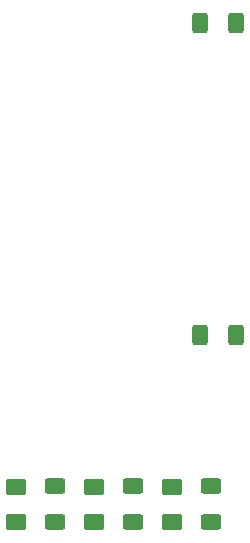
<source format=gbr>
%TF.GenerationSoftware,KiCad,Pcbnew,9.0.0*%
%TF.CreationDate,2025-03-28T18:05:30-06:00*%
%TF.ProjectId,Dark_Passenger_Turret_MCU,4461726b-5f50-4617-9373-656e6765725f,1.0*%
%TF.SameCoordinates,Original*%
%TF.FileFunction,Paste,Top*%
%TF.FilePolarity,Positive*%
%FSLAX46Y46*%
G04 Gerber Fmt 4.6, Leading zero omitted, Abs format (unit mm)*
G04 Created by KiCad (PCBNEW 9.0.0) date 2025-03-28 18:05:30*
%MOMM*%
%LPD*%
G01*
G04 APERTURE LIST*
G04 Aperture macros list*
%AMRoundRect*
0 Rectangle with rounded corners*
0 $1 Rounding radius*
0 $2 $3 $4 $5 $6 $7 $8 $9 X,Y pos of 4 corners*
0 Add a 4 corners polygon primitive as box body*
4,1,4,$2,$3,$4,$5,$6,$7,$8,$9,$2,$3,0*
0 Add four circle primitives for the rounded corners*
1,1,$1+$1,$2,$3*
1,1,$1+$1,$4,$5*
1,1,$1+$1,$6,$7*
1,1,$1+$1,$8,$9*
0 Add four rect primitives between the rounded corners*
20,1,$1+$1,$2,$3,$4,$5,0*
20,1,$1+$1,$4,$5,$6,$7,0*
20,1,$1+$1,$6,$7,$8,$9,0*
20,1,$1+$1,$8,$9,$2,$3,0*%
G04 Aperture macros list end*
%ADD10RoundRect,0.250001X-0.624999X0.462499X-0.624999X-0.462499X0.624999X-0.462499X0.624999X0.462499X0*%
%ADD11RoundRect,0.250000X0.400000X0.625000X-0.400000X0.625000X-0.400000X-0.625000X0.400000X-0.625000X0*%
%ADD12RoundRect,0.250000X-0.625000X0.400000X-0.625000X-0.400000X0.625000X-0.400000X0.625000X0.400000X0*%
G04 APERTURE END LIST*
D10*
%TO.C,D3*%
X72974200Y-79507100D03*
X72974200Y-82482100D03*
%TD*%
%TO.C,D2*%
X86182200Y-79507100D03*
X86182200Y-82482100D03*
%TD*%
D11*
%TO.C,R4*%
X91593200Y-66719800D03*
X88493200Y-66719800D03*
%TD*%
%TO.C,R6*%
X91593200Y-40278400D03*
X88493200Y-40278400D03*
%TD*%
D12*
%TO.C,R2*%
X89484200Y-79444600D03*
X89484200Y-82544600D03*
%TD*%
%TO.C,R3*%
X76276200Y-79444600D03*
X76276200Y-82544600D03*
%TD*%
%TO.C,R1*%
X82880200Y-79444600D03*
X82880200Y-82544600D03*
%TD*%
D10*
%TO.C,D1*%
X79578200Y-79507100D03*
X79578200Y-82482100D03*
%TD*%
M02*

</source>
